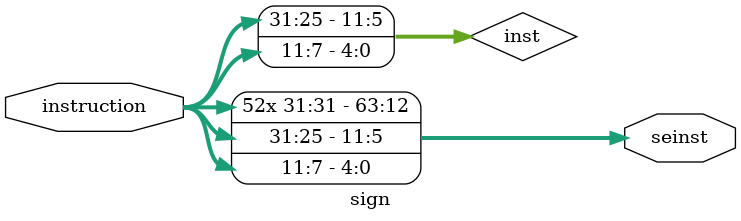
<source format=v>
module sign(
input[31:0] instruction,
output[63:0] seinst
);

wire[11:0] inst;

assign inst = {instruction[31:25],instruction[11:7]};
assign seinst = {{52{instruction[31]}}, inst};

endmodule
</source>
